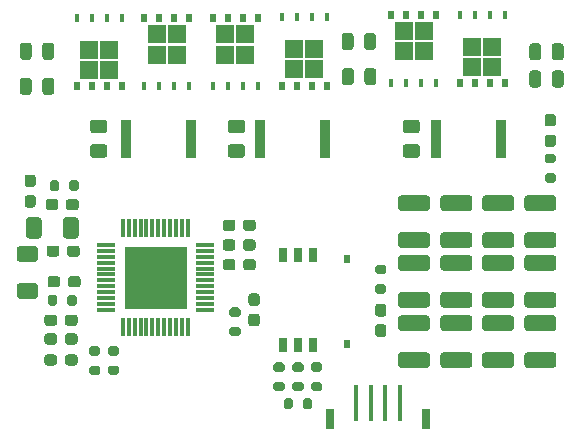
<source format=gbr>
%TF.GenerationSoftware,KiCad,Pcbnew,(5.1.8-0-10_14)*%
%TF.CreationDate,2021-05-13T19:53:47+02:00*%
%TF.ProjectId,Nauthiluscontroller,4e617574-6869-46c7-9573-636f6e74726f,rev?*%
%TF.SameCoordinates,Original*%
%TF.FileFunction,Paste,Top*%
%TF.FilePolarity,Positive*%
%FSLAX46Y46*%
G04 Gerber Fmt 4.6, Leading zero omitted, Abs format (unit mm)*
G04 Created by KiCad (PCBNEW (5.1.8-0-10_14)) date 2021-05-13 19:53:47*
%MOMM*%
%LPD*%
G01*
G04 APERTURE LIST*
%ADD10C,0.010000*%
%ADD11R,0.500000X0.750000*%
%ADD12R,1.500000X1.500000*%
%ADD13R,0.400000X0.750000*%
%ADD14R,1.500000X0.300000*%
%ADD15R,0.300000X1.500000*%
%ADD16R,0.760000X1.270000*%
%ADD17R,0.350000X3.115000*%
%ADD18R,0.700000X1.800000*%
%ADD19R,0.900000X3.200000*%
%ADD20R,0.600000X0.800000*%
G04 APERTURE END LIST*
D10*
%TO.C,U11*%
G36*
X126038000Y-108207000D02*
G01*
X126038000Y-103037000D01*
X131208000Y-103037000D01*
X131208000Y-108207000D01*
X126038000Y-108207000D01*
G37*
X126038000Y-108207000D02*
X126038000Y-103037000D01*
X131208000Y-103037000D01*
X131208000Y-108207000D01*
X126038000Y-108207000D01*
%TD*%
D11*
%TO.C,Q2*%
X121955000Y-89445000D03*
X123225000Y-89445000D03*
X124495000Y-89445000D03*
X125765000Y-89445000D03*
D12*
X123010000Y-86340000D03*
X124710000Y-86340000D03*
X123010000Y-88040000D03*
X124710000Y-88040000D03*
D13*
X121955000Y-83640000D03*
X123225000Y-83640000D03*
X124495000Y-83640000D03*
X125765000Y-83640000D03*
%TD*%
D11*
%TO.C,Q6*%
X154385000Y-89195000D03*
X155655000Y-89195000D03*
X156925000Y-89195000D03*
X158195000Y-89195000D03*
D12*
X155440000Y-86090000D03*
X157140000Y-86090000D03*
X155440000Y-87790000D03*
X157140000Y-87790000D03*
D13*
X154385000Y-83390000D03*
X155655000Y-83390000D03*
X156925000Y-83390000D03*
X158195000Y-83390000D03*
%TD*%
%TO.C,Q7*%
X148615000Y-89170000D03*
X149885000Y-89170000D03*
X151155000Y-89170000D03*
X152425000Y-89170000D03*
D12*
X149670000Y-84770000D03*
X151370000Y-84770000D03*
X149670000Y-86470000D03*
X151370000Y-86470000D03*
D11*
X148615000Y-83365000D03*
X149885000Y-83365000D03*
X151155000Y-83365000D03*
X152425000Y-83365000D03*
%TD*%
%TO.C,R16*%
G36*
G01*
X135095000Y-109810000D02*
X135645000Y-109810000D01*
G75*
G02*
X135845000Y-110010000I0J-200000D01*
G01*
X135845000Y-110410000D01*
G75*
G02*
X135645000Y-110610000I-200000J0D01*
G01*
X135095000Y-110610000D01*
G75*
G02*
X134895000Y-110410000I0J200000D01*
G01*
X134895000Y-110010000D01*
G75*
G02*
X135095000Y-109810000I200000J0D01*
G01*
G37*
G36*
G01*
X135095000Y-108160000D02*
X135645000Y-108160000D01*
G75*
G02*
X135845000Y-108360000I0J-200000D01*
G01*
X135845000Y-108760000D01*
G75*
G02*
X135645000Y-108960000I-200000J0D01*
G01*
X135095000Y-108960000D01*
G75*
G02*
X134895000Y-108760000I0J200000D01*
G01*
X134895000Y-108360000D01*
G75*
G02*
X135095000Y-108160000I200000J0D01*
G01*
G37*
%TD*%
D14*
%TO.C,U11*%
X124423000Y-108372000D03*
X124423000Y-107872000D03*
X124423000Y-107372000D03*
X124423000Y-106872000D03*
X124423000Y-106372000D03*
X124423000Y-105872000D03*
X124423000Y-105372000D03*
X124423000Y-104872000D03*
X124423000Y-104372000D03*
X124423000Y-103872000D03*
X124423000Y-103372000D03*
X124423000Y-102872000D03*
D15*
X125873000Y-101422000D03*
X126373000Y-101422000D03*
X126873000Y-101422000D03*
X127373000Y-101422000D03*
X127873000Y-101422000D03*
X128373000Y-101422000D03*
X128873000Y-101422000D03*
X129373000Y-101422000D03*
X129873000Y-101422000D03*
X130373000Y-101422000D03*
X130873000Y-101422000D03*
X131373000Y-101422000D03*
D14*
X132823000Y-102872000D03*
X132823000Y-103372000D03*
X132823000Y-103872000D03*
X132823000Y-104372000D03*
X132823000Y-104872000D03*
X132823000Y-105372000D03*
X132823000Y-105872000D03*
X132823000Y-106372000D03*
X132823000Y-106872000D03*
X132823000Y-107372000D03*
X132823000Y-107872000D03*
X132823000Y-108372000D03*
D15*
X131373000Y-109822000D03*
X130873000Y-109822000D03*
X130373000Y-109822000D03*
X129873000Y-109822000D03*
X129373000Y-109822000D03*
X128873000Y-109822000D03*
X128373000Y-109822000D03*
X127873000Y-109822000D03*
X127373000Y-109822000D03*
X126873000Y-109822000D03*
X126373000Y-109822000D03*
X125873000Y-109822000D03*
%TD*%
%TO.C,C49*%
G36*
G01*
X150775000Y-95505000D02*
X149825000Y-95505000D01*
G75*
G02*
X149575000Y-95255000I0J250000D01*
G01*
X149575000Y-94580000D01*
G75*
G02*
X149825000Y-94330000I250000J0D01*
G01*
X150775000Y-94330000D01*
G75*
G02*
X151025000Y-94580000I0J-250000D01*
G01*
X151025000Y-95255000D01*
G75*
G02*
X150775000Y-95505000I-250000J0D01*
G01*
G37*
G36*
G01*
X150775000Y-93430000D02*
X149825000Y-93430000D01*
G75*
G02*
X149575000Y-93180000I0J250000D01*
G01*
X149575000Y-92505000D01*
G75*
G02*
X149825000Y-92255000I250000J0D01*
G01*
X150775000Y-92255000D01*
G75*
G02*
X151025000Y-92505000I0J-250000D01*
G01*
X151025000Y-93180000D01*
G75*
G02*
X150775000Y-93430000I-250000J0D01*
G01*
G37*
%TD*%
D11*
%TO.C,Q5*%
X137295000Y-83645000D03*
X136025000Y-83645000D03*
X134755000Y-83645000D03*
X133485000Y-83645000D03*
D12*
X136240000Y-86750000D03*
X134540000Y-86750000D03*
X136240000Y-85050000D03*
X134540000Y-85050000D03*
D13*
X137295000Y-89450000D03*
X136025000Y-89450000D03*
X134755000Y-89450000D03*
X133485000Y-89450000D03*
%TD*%
%TO.C,Q3*%
X127705000Y-89450000D03*
X128975000Y-89450000D03*
X130245000Y-89450000D03*
X131515000Y-89450000D03*
D12*
X128760000Y-85050000D03*
X130460000Y-85050000D03*
X128760000Y-86750000D03*
X130460000Y-86750000D03*
D11*
X127705000Y-83645000D03*
X128975000Y-83645000D03*
X130245000Y-83645000D03*
X131515000Y-83645000D03*
%TD*%
D16*
%TO.C,SW2*%
X139430000Y-103710000D03*
X140700000Y-103710000D03*
X141970000Y-103710000D03*
X141970000Y-111340000D03*
X140700000Y-111340000D03*
X139430000Y-111340000D03*
%TD*%
D13*
%TO.C,Q4*%
X143145000Y-83610000D03*
X141875000Y-83610000D03*
X140605000Y-83610000D03*
X139335000Y-83610000D03*
D12*
X142090000Y-88010000D03*
X140390000Y-88010000D03*
X142090000Y-86310000D03*
X140390000Y-86310000D03*
D11*
X143145000Y-89415000D03*
X141875000Y-89415000D03*
X140605000Y-89415000D03*
X139335000Y-89415000D03*
%TD*%
%TO.C,R22*%
G36*
G01*
X123775000Y-113885000D02*
X123225000Y-113885000D01*
G75*
G02*
X123025000Y-113685000I0J200000D01*
G01*
X123025000Y-113285000D01*
G75*
G02*
X123225000Y-113085000I200000J0D01*
G01*
X123775000Y-113085000D01*
G75*
G02*
X123975000Y-113285000I0J-200000D01*
G01*
X123975000Y-113685000D01*
G75*
G02*
X123775000Y-113885000I-200000J0D01*
G01*
G37*
G36*
G01*
X123775000Y-112235000D02*
X123225000Y-112235000D01*
G75*
G02*
X123025000Y-112035000I0J200000D01*
G01*
X123025000Y-111635000D01*
G75*
G02*
X123225000Y-111435000I200000J0D01*
G01*
X123775000Y-111435000D01*
G75*
G02*
X123975000Y-111635000I0J-200000D01*
G01*
X123975000Y-112035000D01*
G75*
G02*
X123775000Y-112235000I-200000J0D01*
G01*
G37*
%TD*%
%TO.C,C45*%
G36*
G01*
X135965000Y-93430000D02*
X135015000Y-93430000D01*
G75*
G02*
X134765000Y-93180000I0J250000D01*
G01*
X134765000Y-92505000D01*
G75*
G02*
X135015000Y-92255000I250000J0D01*
G01*
X135965000Y-92255000D01*
G75*
G02*
X136215000Y-92505000I0J-250000D01*
G01*
X136215000Y-93180000D01*
G75*
G02*
X135965000Y-93430000I-250000J0D01*
G01*
G37*
G36*
G01*
X135965000Y-95505000D02*
X135015000Y-95505000D01*
G75*
G02*
X134765000Y-95255000I0J250000D01*
G01*
X134765000Y-94580000D01*
G75*
G02*
X135015000Y-94330000I250000J0D01*
G01*
X135965000Y-94330000D01*
G75*
G02*
X136215000Y-94580000I0J-250000D01*
G01*
X136215000Y-95255000D01*
G75*
G02*
X135965000Y-95505000I-250000J0D01*
G01*
G37*
%TD*%
%TO.C,C58*%
G36*
G01*
X155220003Y-110162000D02*
X153019997Y-110162000D01*
G75*
G02*
X152770000Y-109912003I0J249997D01*
G01*
X152770000Y-109086997D01*
G75*
G02*
X153019997Y-108837000I249997J0D01*
G01*
X155220003Y-108837000D01*
G75*
G02*
X155470000Y-109086997I0J-249997D01*
G01*
X155470000Y-109912003D01*
G75*
G02*
X155220003Y-110162000I-249997J0D01*
G01*
G37*
G36*
G01*
X155220003Y-113287000D02*
X153019997Y-113287000D01*
G75*
G02*
X152770000Y-113037003I0J249997D01*
G01*
X152770000Y-112211997D01*
G75*
G02*
X153019997Y-111962000I249997J0D01*
G01*
X155220003Y-111962000D01*
G75*
G02*
X155470000Y-112211997I0J-249997D01*
G01*
X155470000Y-113037003D01*
G75*
G02*
X155220003Y-113287000I-249997J0D01*
G01*
G37*
%TD*%
%TO.C,R21*%
G36*
G01*
X125375000Y-112235000D02*
X124825000Y-112235000D01*
G75*
G02*
X124625000Y-112035000I0J200000D01*
G01*
X124625000Y-111635000D01*
G75*
G02*
X124825000Y-111435000I200000J0D01*
G01*
X125375000Y-111435000D01*
G75*
G02*
X125575000Y-111635000I0J-200000D01*
G01*
X125575000Y-112035000D01*
G75*
G02*
X125375000Y-112235000I-200000J0D01*
G01*
G37*
G36*
G01*
X125375000Y-113885000D02*
X124825000Y-113885000D01*
G75*
G02*
X124625000Y-113685000I0J200000D01*
G01*
X124625000Y-113285000D01*
G75*
G02*
X124825000Y-113085000I200000J0D01*
G01*
X125375000Y-113085000D01*
G75*
G02*
X125575000Y-113285000I0J-200000D01*
G01*
X125575000Y-113685000D01*
G75*
G02*
X125375000Y-113885000I-200000J0D01*
G01*
G37*
%TD*%
%TO.C,C26*%
G36*
G01*
X151620003Y-105062000D02*
X149419997Y-105062000D01*
G75*
G02*
X149170000Y-104812003I0J249997D01*
G01*
X149170000Y-103986997D01*
G75*
G02*
X149419997Y-103737000I249997J0D01*
G01*
X151620003Y-103737000D01*
G75*
G02*
X151870000Y-103986997I0J-249997D01*
G01*
X151870000Y-104812003D01*
G75*
G02*
X151620003Y-105062000I-249997J0D01*
G01*
G37*
G36*
G01*
X151620003Y-108187000D02*
X149419997Y-108187000D01*
G75*
G02*
X149170000Y-107937003I0J249997D01*
G01*
X149170000Y-107111997D01*
G75*
G02*
X149419997Y-106862000I249997J0D01*
G01*
X151620003Y-106862000D01*
G75*
G02*
X151870000Y-107111997I0J-249997D01*
G01*
X151870000Y-107937003D01*
G75*
G02*
X151620003Y-108187000I-249997J0D01*
G01*
G37*
%TD*%
%TO.C,C20*%
G36*
G01*
X158762003Y-103124500D02*
X156561997Y-103124500D01*
G75*
G02*
X156312000Y-102874503I0J249997D01*
G01*
X156312000Y-102049497D01*
G75*
G02*
X156561997Y-101799500I249997J0D01*
G01*
X158762003Y-101799500D01*
G75*
G02*
X159012000Y-102049497I0J-249997D01*
G01*
X159012000Y-102874503D01*
G75*
G02*
X158762003Y-103124500I-249997J0D01*
G01*
G37*
G36*
G01*
X158762003Y-99999500D02*
X156561997Y-99999500D01*
G75*
G02*
X156312000Y-99749503I0J249997D01*
G01*
X156312000Y-98924497D01*
G75*
G02*
X156561997Y-98674500I249997J0D01*
G01*
X158762003Y-98674500D01*
G75*
G02*
X159012000Y-98924497I0J-249997D01*
G01*
X159012000Y-99749503D01*
G75*
G02*
X158762003Y-99999500I-249997J0D01*
G01*
G37*
%TD*%
%TO.C,C40*%
G36*
G01*
X122130000Y-100779997D02*
X122130000Y-102080003D01*
G75*
G02*
X121880003Y-102330000I-249997J0D01*
G01*
X121054997Y-102330000D01*
G75*
G02*
X120805000Y-102080003I0J249997D01*
G01*
X120805000Y-100779997D01*
G75*
G02*
X121054997Y-100530000I249997J0D01*
G01*
X121880003Y-100530000D01*
G75*
G02*
X122130000Y-100779997I0J-249997D01*
G01*
G37*
G36*
G01*
X119005000Y-100779997D02*
X119005000Y-102080003D01*
G75*
G02*
X118755003Y-102330000I-249997J0D01*
G01*
X117929997Y-102330000D01*
G75*
G02*
X117680000Y-102080003I0J249997D01*
G01*
X117680000Y-100779997D01*
G75*
G02*
X117929997Y-100530000I249997J0D01*
G01*
X118755003Y-100530000D01*
G75*
G02*
X119005000Y-100779997I0J-249997D01*
G01*
G37*
%TD*%
%TO.C,C21*%
G36*
G01*
X158750003Y-105062000D02*
X156549997Y-105062000D01*
G75*
G02*
X156300000Y-104812003I0J249997D01*
G01*
X156300000Y-103986997D01*
G75*
G02*
X156549997Y-103737000I249997J0D01*
G01*
X158750003Y-103737000D01*
G75*
G02*
X159000000Y-103986997I0J-249997D01*
G01*
X159000000Y-104812003D01*
G75*
G02*
X158750003Y-105062000I-249997J0D01*
G01*
G37*
G36*
G01*
X158750003Y-108187000D02*
X156549997Y-108187000D01*
G75*
G02*
X156300000Y-107937003I0J249997D01*
G01*
X156300000Y-107111997D01*
G75*
G02*
X156549997Y-106862000I249997J0D01*
G01*
X158750003Y-106862000D01*
G75*
G02*
X159000000Y-107111997I0J-249997D01*
G01*
X159000000Y-107937003D01*
G75*
G02*
X158750003Y-108187000I-249997J0D01*
G01*
G37*
%TD*%
%TO.C,C24*%
G36*
G01*
X162322003Y-113287000D02*
X160121997Y-113287000D01*
G75*
G02*
X159872000Y-113037003I0J249997D01*
G01*
X159872000Y-112211997D01*
G75*
G02*
X160121997Y-111962000I249997J0D01*
G01*
X162322003Y-111962000D01*
G75*
G02*
X162572000Y-112211997I0J-249997D01*
G01*
X162572000Y-113037003D01*
G75*
G02*
X162322003Y-113287000I-249997J0D01*
G01*
G37*
G36*
G01*
X162322003Y-110162000D02*
X160121997Y-110162000D01*
G75*
G02*
X159872000Y-109912003I0J249997D01*
G01*
X159872000Y-109086997D01*
G75*
G02*
X160121997Y-108837000I249997J0D01*
G01*
X162322003Y-108837000D01*
G75*
G02*
X162572000Y-109086997I0J-249997D01*
G01*
X162572000Y-109912003D01*
G75*
G02*
X162322003Y-110162000I-249997J0D01*
G01*
G37*
%TD*%
%TO.C,C27*%
G36*
G01*
X162322003Y-108187000D02*
X160121997Y-108187000D01*
G75*
G02*
X159872000Y-107937003I0J249997D01*
G01*
X159872000Y-107111997D01*
G75*
G02*
X160121997Y-106862000I249997J0D01*
G01*
X162322003Y-106862000D01*
G75*
G02*
X162572000Y-107111997I0J-249997D01*
G01*
X162572000Y-107937003D01*
G75*
G02*
X162322003Y-108187000I-249997J0D01*
G01*
G37*
G36*
G01*
X162322003Y-105062000D02*
X160121997Y-105062000D01*
G75*
G02*
X159872000Y-104812003I0J249997D01*
G01*
X159872000Y-103986997D01*
G75*
G02*
X160121997Y-103737000I249997J0D01*
G01*
X162322003Y-103737000D01*
G75*
G02*
X162572000Y-103986997I0J-249997D01*
G01*
X162572000Y-104812003D01*
G75*
G02*
X162322003Y-105062000I-249997J0D01*
G01*
G37*
%TD*%
%TO.C,C28*%
G36*
G01*
X158750003Y-110162000D02*
X156549997Y-110162000D01*
G75*
G02*
X156300000Y-109912003I0J249997D01*
G01*
X156300000Y-109086997D01*
G75*
G02*
X156549997Y-108837000I249997J0D01*
G01*
X158750003Y-108837000D01*
G75*
G02*
X159000000Y-109086997I0J-249997D01*
G01*
X159000000Y-109912003D01*
G75*
G02*
X158750003Y-110162000I-249997J0D01*
G01*
G37*
G36*
G01*
X158750003Y-113287000D02*
X156549997Y-113287000D01*
G75*
G02*
X156300000Y-113037003I0J249997D01*
G01*
X156300000Y-112211997D01*
G75*
G02*
X156549997Y-111962000I249997J0D01*
G01*
X158750003Y-111962000D01*
G75*
G02*
X159000000Y-112211997I0J-249997D01*
G01*
X159000000Y-113037003D01*
G75*
G02*
X158750003Y-113287000I-249997J0D01*
G01*
G37*
%TD*%
%TO.C,C29*%
G36*
G01*
X136055000Y-101447500D02*
X136055000Y-100972500D01*
G75*
G02*
X136292500Y-100735000I237500J0D01*
G01*
X136892500Y-100735000D01*
G75*
G02*
X137130000Y-100972500I0J-237500D01*
G01*
X137130000Y-101447500D01*
G75*
G02*
X136892500Y-101685000I-237500J0D01*
G01*
X136292500Y-101685000D01*
G75*
G02*
X136055000Y-101447500I0J237500D01*
G01*
G37*
G36*
G01*
X134330000Y-101447500D02*
X134330000Y-100972500D01*
G75*
G02*
X134567500Y-100735000I237500J0D01*
G01*
X135167500Y-100735000D01*
G75*
G02*
X135405000Y-100972500I0J-237500D01*
G01*
X135405000Y-101447500D01*
G75*
G02*
X135167500Y-101685000I-237500J0D01*
G01*
X134567500Y-101685000D01*
G75*
G02*
X134330000Y-101447500I0J237500D01*
G01*
G37*
%TD*%
%TO.C,C31*%
G36*
G01*
X120965500Y-111072500D02*
X120965500Y-110597500D01*
G75*
G02*
X121203000Y-110360000I237500J0D01*
G01*
X121803000Y-110360000D01*
G75*
G02*
X122040500Y-110597500I0J-237500D01*
G01*
X122040500Y-111072500D01*
G75*
G02*
X121803000Y-111310000I-237500J0D01*
G01*
X121203000Y-111310000D01*
G75*
G02*
X120965500Y-111072500I0J237500D01*
G01*
G37*
G36*
G01*
X119240500Y-111072500D02*
X119240500Y-110597500D01*
G75*
G02*
X119478000Y-110360000I237500J0D01*
G01*
X120078000Y-110360000D01*
G75*
G02*
X120315500Y-110597500I0J-237500D01*
G01*
X120315500Y-111072500D01*
G75*
G02*
X120078000Y-111310000I-237500J0D01*
G01*
X119478000Y-111310000D01*
G75*
G02*
X119240500Y-111072500I0J237500D01*
G01*
G37*
%TD*%
%TO.C,C32*%
G36*
G01*
X137227500Y-108045000D02*
X136752500Y-108045000D01*
G75*
G02*
X136515000Y-107807500I0J237500D01*
G01*
X136515000Y-107207500D01*
G75*
G02*
X136752500Y-106970000I237500J0D01*
G01*
X137227500Y-106970000D01*
G75*
G02*
X137465000Y-107207500I0J-237500D01*
G01*
X137465000Y-107807500D01*
G75*
G02*
X137227500Y-108045000I-237500J0D01*
G01*
G37*
G36*
G01*
X137227500Y-109770000D02*
X136752500Y-109770000D01*
G75*
G02*
X136515000Y-109532500I0J237500D01*
G01*
X136515000Y-108932500D01*
G75*
G02*
X136752500Y-108695000I237500J0D01*
G01*
X137227500Y-108695000D01*
G75*
G02*
X137465000Y-108932500I0J-237500D01*
G01*
X137465000Y-109532500D01*
G75*
G02*
X137227500Y-109770000I-237500J0D01*
G01*
G37*
%TD*%
%TO.C,C33*%
G36*
G01*
X120965500Y-109484500D02*
X120965500Y-109009500D01*
G75*
G02*
X121203000Y-108772000I237500J0D01*
G01*
X121803000Y-108772000D01*
G75*
G02*
X122040500Y-109009500I0J-237500D01*
G01*
X122040500Y-109484500D01*
G75*
G02*
X121803000Y-109722000I-237500J0D01*
G01*
X121203000Y-109722000D01*
G75*
G02*
X120965500Y-109484500I0J237500D01*
G01*
G37*
G36*
G01*
X119240500Y-109484500D02*
X119240500Y-109009500D01*
G75*
G02*
X119478000Y-108772000I237500J0D01*
G01*
X120078000Y-108772000D01*
G75*
G02*
X120315500Y-109009500I0J-237500D01*
G01*
X120315500Y-109484500D01*
G75*
G02*
X120078000Y-109722000I-237500J0D01*
G01*
X119478000Y-109722000D01*
G75*
G02*
X119240500Y-109484500I0J237500D01*
G01*
G37*
%TD*%
%TO.C,C34*%
G36*
G01*
X134317500Y-103117500D02*
X134317500Y-102642500D01*
G75*
G02*
X134555000Y-102405000I237500J0D01*
G01*
X135155000Y-102405000D01*
G75*
G02*
X135392500Y-102642500I0J-237500D01*
G01*
X135392500Y-103117500D01*
G75*
G02*
X135155000Y-103355000I-237500J0D01*
G01*
X134555000Y-103355000D01*
G75*
G02*
X134317500Y-103117500I0J237500D01*
G01*
G37*
G36*
G01*
X136042500Y-103117500D02*
X136042500Y-102642500D01*
G75*
G02*
X136280000Y-102405000I237500J0D01*
G01*
X136880000Y-102405000D01*
G75*
G02*
X137117500Y-102642500I0J-237500D01*
G01*
X137117500Y-103117500D01*
G75*
G02*
X136880000Y-103355000I-237500J0D01*
G01*
X136280000Y-103355000D01*
G75*
G02*
X136042500Y-103117500I0J237500D01*
G01*
G37*
%TD*%
%TO.C,C35*%
G36*
G01*
X121230000Y-106222500D02*
X121230000Y-105747500D01*
G75*
G02*
X121467500Y-105510000I237500J0D01*
G01*
X122067500Y-105510000D01*
G75*
G02*
X122305000Y-105747500I0J-237500D01*
G01*
X122305000Y-106222500D01*
G75*
G02*
X122067500Y-106460000I-237500J0D01*
G01*
X121467500Y-106460000D01*
G75*
G02*
X121230000Y-106222500I0J237500D01*
G01*
G37*
G36*
G01*
X119505000Y-106222500D02*
X119505000Y-105747500D01*
G75*
G02*
X119742500Y-105510000I237500J0D01*
G01*
X120342500Y-105510000D01*
G75*
G02*
X120580000Y-105747500I0J-237500D01*
G01*
X120580000Y-106222500D01*
G75*
G02*
X120342500Y-106460000I-237500J0D01*
G01*
X119742500Y-106460000D01*
G75*
G02*
X119505000Y-106222500I0J237500D01*
G01*
G37*
%TD*%
%TO.C,C36*%
G36*
G01*
X118450003Y-104300000D02*
X117149997Y-104300000D01*
G75*
G02*
X116900000Y-104050003I0J249997D01*
G01*
X116900000Y-103224997D01*
G75*
G02*
X117149997Y-102975000I249997J0D01*
G01*
X118450003Y-102975000D01*
G75*
G02*
X118700000Y-103224997I0J-249997D01*
G01*
X118700000Y-104050003D01*
G75*
G02*
X118450003Y-104300000I-249997J0D01*
G01*
G37*
G36*
G01*
X118450003Y-107425000D02*
X117149997Y-107425000D01*
G75*
G02*
X116900000Y-107175003I0J249997D01*
G01*
X116900000Y-106349997D01*
G75*
G02*
X117149997Y-106100000I249997J0D01*
G01*
X118450003Y-106100000D01*
G75*
G02*
X118700000Y-106349997I0J-249997D01*
G01*
X118700000Y-107175003D01*
G75*
G02*
X118450003Y-107425000I-249997J0D01*
G01*
G37*
%TD*%
%TO.C,C38*%
G36*
G01*
X122227500Y-103172500D02*
X122227500Y-103647500D01*
G75*
G02*
X121990000Y-103885000I-237500J0D01*
G01*
X121390000Y-103885000D01*
G75*
G02*
X121152500Y-103647500I0J237500D01*
G01*
X121152500Y-103172500D01*
G75*
G02*
X121390000Y-102935000I237500J0D01*
G01*
X121990000Y-102935000D01*
G75*
G02*
X122227500Y-103172500I0J-237500D01*
G01*
G37*
G36*
G01*
X120502500Y-103172500D02*
X120502500Y-103647500D01*
G75*
G02*
X120265000Y-103885000I-237500J0D01*
G01*
X119665000Y-103885000D01*
G75*
G02*
X119427500Y-103647500I0J237500D01*
G01*
X119427500Y-103172500D01*
G75*
G02*
X119665000Y-102935000I237500J0D01*
G01*
X120265000Y-102935000D01*
G75*
G02*
X120502500Y-103172500I0J-237500D01*
G01*
G37*
%TD*%
%TO.C,C41*%
G36*
G01*
X122135000Y-99222500D02*
X122135000Y-99697500D01*
G75*
G02*
X121897500Y-99935000I-237500J0D01*
G01*
X121297500Y-99935000D01*
G75*
G02*
X121060000Y-99697500I0J237500D01*
G01*
X121060000Y-99222500D01*
G75*
G02*
X121297500Y-98985000I237500J0D01*
G01*
X121897500Y-98985000D01*
G75*
G02*
X122135000Y-99222500I0J-237500D01*
G01*
G37*
G36*
G01*
X120410000Y-99222500D02*
X120410000Y-99697500D01*
G75*
G02*
X120172500Y-99935000I-237500J0D01*
G01*
X119572500Y-99935000D01*
G75*
G02*
X119335000Y-99697500I0J237500D01*
G01*
X119335000Y-99222500D01*
G75*
G02*
X119572500Y-98985000I237500J0D01*
G01*
X120172500Y-98985000D01*
G75*
G02*
X120410000Y-99222500I0J-237500D01*
G01*
G37*
%TD*%
%TO.C,C42*%
G36*
G01*
X136062500Y-104787500D02*
X136062500Y-104312500D01*
G75*
G02*
X136300000Y-104075000I237500J0D01*
G01*
X136900000Y-104075000D01*
G75*
G02*
X137137500Y-104312500I0J-237500D01*
G01*
X137137500Y-104787500D01*
G75*
G02*
X136900000Y-105025000I-237500J0D01*
G01*
X136300000Y-105025000D01*
G75*
G02*
X136062500Y-104787500I0J237500D01*
G01*
G37*
G36*
G01*
X134337500Y-104787500D02*
X134337500Y-104312500D01*
G75*
G02*
X134575000Y-104075000I237500J0D01*
G01*
X135175000Y-104075000D01*
G75*
G02*
X135412500Y-104312500I0J-237500D01*
G01*
X135412500Y-104787500D01*
G75*
G02*
X135175000Y-105025000I-237500J0D01*
G01*
X134575000Y-105025000D01*
G75*
G02*
X134337500Y-104787500I0J237500D01*
G01*
G37*
%TD*%
%TO.C,C44*%
G36*
G01*
X124305000Y-95505000D02*
X123355000Y-95505000D01*
G75*
G02*
X123105000Y-95255000I0J250000D01*
G01*
X123105000Y-94580000D01*
G75*
G02*
X123355000Y-94330000I250000J0D01*
G01*
X124305000Y-94330000D01*
G75*
G02*
X124555000Y-94580000I0J-250000D01*
G01*
X124555000Y-95255000D01*
G75*
G02*
X124305000Y-95505000I-250000J0D01*
G01*
G37*
G36*
G01*
X124305000Y-93430000D02*
X123355000Y-93430000D01*
G75*
G02*
X123105000Y-93180000I0J250000D01*
G01*
X123105000Y-92505000D01*
G75*
G02*
X123355000Y-92255000I250000J0D01*
G01*
X124305000Y-92255000D01*
G75*
G02*
X124555000Y-92505000I0J-250000D01*
G01*
X124555000Y-93180000D01*
G75*
G02*
X124305000Y-93430000I-250000J0D01*
G01*
G37*
%TD*%
%TO.C,C54*%
G36*
G01*
X155220003Y-103124500D02*
X153019997Y-103124500D01*
G75*
G02*
X152770000Y-102874503I0J249997D01*
G01*
X152770000Y-102049497D01*
G75*
G02*
X153019997Y-101799500I249997J0D01*
G01*
X155220003Y-101799500D01*
G75*
G02*
X155470000Y-102049497I0J-249997D01*
G01*
X155470000Y-102874503D01*
G75*
G02*
X155220003Y-103124500I-249997J0D01*
G01*
G37*
G36*
G01*
X155220003Y-99999500D02*
X153019997Y-99999500D01*
G75*
G02*
X152770000Y-99749503I0J249997D01*
G01*
X152770000Y-98924497D01*
G75*
G02*
X153019997Y-98674500I249997J0D01*
G01*
X155220003Y-98674500D01*
G75*
G02*
X155470000Y-98924497I0J-249997D01*
G01*
X155470000Y-99749503D01*
G75*
G02*
X155220003Y-99999500I-249997J0D01*
G01*
G37*
%TD*%
%TO.C,C55*%
G36*
G01*
X155220003Y-105062000D02*
X153019997Y-105062000D01*
G75*
G02*
X152770000Y-104812003I0J249997D01*
G01*
X152770000Y-103986997D01*
G75*
G02*
X153019997Y-103737000I249997J0D01*
G01*
X155220003Y-103737000D01*
G75*
G02*
X155470000Y-103986997I0J-249997D01*
G01*
X155470000Y-104812003D01*
G75*
G02*
X155220003Y-105062000I-249997J0D01*
G01*
G37*
G36*
G01*
X155220003Y-108187000D02*
X153019997Y-108187000D01*
G75*
G02*
X152770000Y-107937003I0J249997D01*
G01*
X152770000Y-107111997D01*
G75*
G02*
X153019997Y-106862000I249997J0D01*
G01*
X155220003Y-106862000D01*
G75*
G02*
X155470000Y-107111997I0J-249997D01*
G01*
X155470000Y-107937003D01*
G75*
G02*
X155220003Y-108187000I-249997J0D01*
G01*
G37*
%TD*%
%TO.C,C56*%
G36*
G01*
X151620003Y-99999500D02*
X149419997Y-99999500D01*
G75*
G02*
X149170000Y-99749503I0J249997D01*
G01*
X149170000Y-98924497D01*
G75*
G02*
X149419997Y-98674500I249997J0D01*
G01*
X151620003Y-98674500D01*
G75*
G02*
X151870000Y-98924497I0J-249997D01*
G01*
X151870000Y-99749503D01*
G75*
G02*
X151620003Y-99999500I-249997J0D01*
G01*
G37*
G36*
G01*
X151620003Y-103124500D02*
X149419997Y-103124500D01*
G75*
G02*
X149170000Y-102874503I0J249997D01*
G01*
X149170000Y-102049497D01*
G75*
G02*
X149419997Y-101799500I249997J0D01*
G01*
X151620003Y-101799500D01*
G75*
G02*
X151870000Y-102049497I0J-249997D01*
G01*
X151870000Y-102874503D01*
G75*
G02*
X151620003Y-103124500I-249997J0D01*
G01*
G37*
%TD*%
%TO.C,C57*%
G36*
G01*
X162322003Y-103124500D02*
X160121997Y-103124500D01*
G75*
G02*
X159872000Y-102874503I0J249997D01*
G01*
X159872000Y-102049497D01*
G75*
G02*
X160121997Y-101799500I249997J0D01*
G01*
X162322003Y-101799500D01*
G75*
G02*
X162572000Y-102049497I0J-249997D01*
G01*
X162572000Y-102874503D01*
G75*
G02*
X162322003Y-103124500I-249997J0D01*
G01*
G37*
G36*
G01*
X162322003Y-99999500D02*
X160121997Y-99999500D01*
G75*
G02*
X159872000Y-99749503I0J249997D01*
G01*
X159872000Y-98924497D01*
G75*
G02*
X160121997Y-98674500I249997J0D01*
G01*
X162322003Y-98674500D01*
G75*
G02*
X162572000Y-98924497I0J-249997D01*
G01*
X162572000Y-99749503D01*
G75*
G02*
X162322003Y-99999500I-249997J0D01*
G01*
G37*
%TD*%
%TO.C,C59*%
G36*
G01*
X151620003Y-113287000D02*
X149419997Y-113287000D01*
G75*
G02*
X149170000Y-113037003I0J249997D01*
G01*
X149170000Y-112211997D01*
G75*
G02*
X149419997Y-111962000I249997J0D01*
G01*
X151620003Y-111962000D01*
G75*
G02*
X151870000Y-112211997I0J-249997D01*
G01*
X151870000Y-113037003D01*
G75*
G02*
X151620003Y-113287000I-249997J0D01*
G01*
G37*
G36*
G01*
X151620003Y-110162000D02*
X149419997Y-110162000D01*
G75*
G02*
X149170000Y-109912003I0J249997D01*
G01*
X149170000Y-109086997D01*
G75*
G02*
X149419997Y-108837000I249997J0D01*
G01*
X151620003Y-108837000D01*
G75*
G02*
X151870000Y-109086997I0J-249997D01*
G01*
X151870000Y-109912003D01*
G75*
G02*
X151620003Y-110162000I-249997J0D01*
G01*
G37*
%TD*%
%TO.C,R6*%
G36*
G01*
X140280000Y-116045000D02*
X140280000Y-116595000D01*
G75*
G02*
X140080000Y-116795000I-200000J0D01*
G01*
X139680000Y-116795000D01*
G75*
G02*
X139480000Y-116595000I0J200000D01*
G01*
X139480000Y-116045000D01*
G75*
G02*
X139680000Y-115845000I200000J0D01*
G01*
X140080000Y-115845000D01*
G75*
G02*
X140280000Y-116045000I0J-200000D01*
G01*
G37*
G36*
G01*
X141930000Y-116045000D02*
X141930000Y-116595000D01*
G75*
G02*
X141730000Y-116795000I-200000J0D01*
G01*
X141330000Y-116795000D01*
G75*
G02*
X141130000Y-116595000I0J200000D01*
G01*
X141130000Y-116045000D01*
G75*
G02*
X141330000Y-115845000I200000J0D01*
G01*
X141730000Y-115845000D01*
G75*
G02*
X141930000Y-116045000I0J-200000D01*
G01*
G37*
%TD*%
%TO.C,R7*%
G36*
G01*
X119680000Y-98135000D02*
X119680000Y-97585000D01*
G75*
G02*
X119880000Y-97385000I200000J0D01*
G01*
X120280000Y-97385000D01*
G75*
G02*
X120480000Y-97585000I0J-200000D01*
G01*
X120480000Y-98135000D01*
G75*
G02*
X120280000Y-98335000I-200000J0D01*
G01*
X119880000Y-98335000D01*
G75*
G02*
X119680000Y-98135000I0J200000D01*
G01*
G37*
G36*
G01*
X121330000Y-98135000D02*
X121330000Y-97585000D01*
G75*
G02*
X121530000Y-97385000I200000J0D01*
G01*
X121930000Y-97385000D01*
G75*
G02*
X122130000Y-97585000I0J-200000D01*
G01*
X122130000Y-98135000D01*
G75*
G02*
X121930000Y-98335000I-200000J0D01*
G01*
X121530000Y-98335000D01*
G75*
G02*
X121330000Y-98135000I0J200000D01*
G01*
G37*
%TD*%
%TO.C,R8*%
G36*
G01*
X138830000Y-112820000D02*
X139380000Y-112820000D01*
G75*
G02*
X139580000Y-113020000I0J-200000D01*
G01*
X139580000Y-113420000D01*
G75*
G02*
X139380000Y-113620000I-200000J0D01*
G01*
X138830000Y-113620000D01*
G75*
G02*
X138630000Y-113420000I0J200000D01*
G01*
X138630000Y-113020000D01*
G75*
G02*
X138830000Y-112820000I200000J0D01*
G01*
G37*
G36*
G01*
X138830000Y-114470000D02*
X139380000Y-114470000D01*
G75*
G02*
X139580000Y-114670000I0J-200000D01*
G01*
X139580000Y-115070000D01*
G75*
G02*
X139380000Y-115270000I-200000J0D01*
G01*
X138830000Y-115270000D01*
G75*
G02*
X138630000Y-115070000I0J200000D01*
G01*
X138630000Y-114670000D01*
G75*
G02*
X138830000Y-114470000I200000J0D01*
G01*
G37*
%TD*%
%TO.C,R9*%
G36*
G01*
X140430000Y-112816000D02*
X140980000Y-112816000D01*
G75*
G02*
X141180000Y-113016000I0J-200000D01*
G01*
X141180000Y-113416000D01*
G75*
G02*
X140980000Y-113616000I-200000J0D01*
G01*
X140430000Y-113616000D01*
G75*
G02*
X140230000Y-113416000I0J200000D01*
G01*
X140230000Y-113016000D01*
G75*
G02*
X140430000Y-112816000I200000J0D01*
G01*
G37*
G36*
G01*
X140430000Y-114466000D02*
X140980000Y-114466000D01*
G75*
G02*
X141180000Y-114666000I0J-200000D01*
G01*
X141180000Y-115066000D01*
G75*
G02*
X140980000Y-115266000I-200000J0D01*
G01*
X140430000Y-115266000D01*
G75*
G02*
X140230000Y-115066000I0J200000D01*
G01*
X140230000Y-114666000D01*
G75*
G02*
X140430000Y-114466000I200000J0D01*
G01*
G37*
%TD*%
%TO.C,R10*%
G36*
G01*
X142555000Y-115265000D02*
X142005000Y-115265000D01*
G75*
G02*
X141805000Y-115065000I0J200000D01*
G01*
X141805000Y-114665000D01*
G75*
G02*
X142005000Y-114465000I200000J0D01*
G01*
X142555000Y-114465000D01*
G75*
G02*
X142755000Y-114665000I0J-200000D01*
G01*
X142755000Y-115065000D01*
G75*
G02*
X142555000Y-115265000I-200000J0D01*
G01*
G37*
G36*
G01*
X142555000Y-113615000D02*
X142005000Y-113615000D01*
G75*
G02*
X141805000Y-113415000I0J200000D01*
G01*
X141805000Y-113015000D01*
G75*
G02*
X142005000Y-112815000I200000J0D01*
G01*
X142555000Y-112815000D01*
G75*
G02*
X142755000Y-113015000I0J-200000D01*
G01*
X142755000Y-113415000D01*
G75*
G02*
X142555000Y-113615000I-200000J0D01*
G01*
G37*
%TD*%
%TO.C,R11*%
G36*
G01*
X161795000Y-96795000D02*
X162345000Y-96795000D01*
G75*
G02*
X162545000Y-96995000I0J-200000D01*
G01*
X162545000Y-97395000D01*
G75*
G02*
X162345000Y-97595000I-200000J0D01*
G01*
X161795000Y-97595000D01*
G75*
G02*
X161595000Y-97395000I0J200000D01*
G01*
X161595000Y-96995000D01*
G75*
G02*
X161795000Y-96795000I200000J0D01*
G01*
G37*
G36*
G01*
X161795000Y-95145000D02*
X162345000Y-95145000D01*
G75*
G02*
X162545000Y-95345000I0J-200000D01*
G01*
X162545000Y-95745000D01*
G75*
G02*
X162345000Y-95945000I-200000J0D01*
G01*
X161795000Y-95945000D01*
G75*
G02*
X161595000Y-95745000I0J200000D01*
G01*
X161595000Y-95345000D01*
G75*
G02*
X161795000Y-95145000I200000J0D01*
G01*
G37*
%TD*%
%TO.C,R17*%
G36*
G01*
X119530000Y-107835000D02*
X119530000Y-107285000D01*
G75*
G02*
X119730000Y-107085000I200000J0D01*
G01*
X120130000Y-107085000D01*
G75*
G02*
X120330000Y-107285000I0J-200000D01*
G01*
X120330000Y-107835000D01*
G75*
G02*
X120130000Y-108035000I-200000J0D01*
G01*
X119730000Y-108035000D01*
G75*
G02*
X119530000Y-107835000I0J200000D01*
G01*
G37*
G36*
G01*
X121180000Y-107835000D02*
X121180000Y-107285000D01*
G75*
G02*
X121380000Y-107085000I200000J0D01*
G01*
X121780000Y-107085000D01*
G75*
G02*
X121980000Y-107285000I0J-200000D01*
G01*
X121980000Y-107835000D01*
G75*
G02*
X121780000Y-108035000I-200000J0D01*
G01*
X121380000Y-108035000D01*
G75*
G02*
X121180000Y-107835000I0J200000D01*
G01*
G37*
%TD*%
D17*
%TO.C,J8*%
X145610000Y-116298000D03*
X146860000Y-116298000D03*
X148110000Y-116298000D03*
X149360000Y-116298000D03*
D18*
X151560000Y-117600000D03*
X143410000Y-117600000D03*
%TD*%
%TO.C,D3*%
G36*
G01*
X118267500Y-99710000D02*
X117792500Y-99710000D01*
G75*
G02*
X117555000Y-99472500I0J237500D01*
G01*
X117555000Y-98897500D01*
G75*
G02*
X117792500Y-98660000I237500J0D01*
G01*
X118267500Y-98660000D01*
G75*
G02*
X118505000Y-98897500I0J-237500D01*
G01*
X118505000Y-99472500D01*
G75*
G02*
X118267500Y-99710000I-237500J0D01*
G01*
G37*
G36*
G01*
X118267500Y-97960000D02*
X117792500Y-97960000D01*
G75*
G02*
X117555000Y-97722500I0J237500D01*
G01*
X117555000Y-97147500D01*
G75*
G02*
X117792500Y-96910000I237500J0D01*
G01*
X118267500Y-96910000D01*
G75*
G02*
X118505000Y-97147500I0J-237500D01*
G01*
X118505000Y-97722500D01*
G75*
G02*
X118267500Y-97960000I-237500J0D01*
G01*
G37*
%TD*%
%TO.C,D4*%
G36*
G01*
X162307500Y-92835000D02*
X161832500Y-92835000D01*
G75*
G02*
X161595000Y-92597500I0J237500D01*
G01*
X161595000Y-92022500D01*
G75*
G02*
X161832500Y-91785000I237500J0D01*
G01*
X162307500Y-91785000D01*
G75*
G02*
X162545000Y-92022500I0J-237500D01*
G01*
X162545000Y-92597500D01*
G75*
G02*
X162307500Y-92835000I-237500J0D01*
G01*
G37*
G36*
G01*
X162307500Y-94585000D02*
X161832500Y-94585000D01*
G75*
G02*
X161595000Y-94347500I0J237500D01*
G01*
X161595000Y-93772500D01*
G75*
G02*
X161832500Y-93535000I237500J0D01*
G01*
X162307500Y-93535000D01*
G75*
G02*
X162545000Y-93772500I0J-237500D01*
G01*
X162545000Y-94347500D01*
G75*
G02*
X162307500Y-94585000I-237500J0D01*
G01*
G37*
%TD*%
%TO.C,D6*%
G36*
G01*
X122040500Y-112372500D02*
X122040500Y-112847500D01*
G75*
G02*
X121803000Y-113085000I-237500J0D01*
G01*
X121228000Y-113085000D01*
G75*
G02*
X120990500Y-112847500I0J237500D01*
G01*
X120990500Y-112372500D01*
G75*
G02*
X121228000Y-112135000I237500J0D01*
G01*
X121803000Y-112135000D01*
G75*
G02*
X122040500Y-112372500I0J-237500D01*
G01*
G37*
G36*
G01*
X120290500Y-112372500D02*
X120290500Y-112847500D01*
G75*
G02*
X120053000Y-113085000I-237500J0D01*
G01*
X119478000Y-113085000D01*
G75*
G02*
X119240500Y-112847500I0J237500D01*
G01*
X119240500Y-112372500D01*
G75*
G02*
X119478000Y-112135000I237500J0D01*
G01*
X120053000Y-112135000D01*
G75*
G02*
X120290500Y-112372500I0J-237500D01*
G01*
G37*
%TD*%
%TO.C,C2*%
G36*
G01*
X146330000Y-89095000D02*
X146330000Y-88145000D01*
G75*
G02*
X146580000Y-87895000I250000J0D01*
G01*
X147080000Y-87895000D01*
G75*
G02*
X147330000Y-88145000I0J-250000D01*
G01*
X147330000Y-89095000D01*
G75*
G02*
X147080000Y-89345000I-250000J0D01*
G01*
X146580000Y-89345000D01*
G75*
G02*
X146330000Y-89095000I0J250000D01*
G01*
G37*
G36*
G01*
X144430000Y-89095000D02*
X144430000Y-88145000D01*
G75*
G02*
X144680000Y-87895000I250000J0D01*
G01*
X145180000Y-87895000D01*
G75*
G02*
X145430000Y-88145000I0J-250000D01*
G01*
X145430000Y-89095000D01*
G75*
G02*
X145180000Y-89345000I-250000J0D01*
G01*
X144680000Y-89345000D01*
G75*
G02*
X144430000Y-89095000I0J250000D01*
G01*
G37*
%TD*%
%TO.C,C4*%
G36*
G01*
X144410000Y-86125000D02*
X144410000Y-85175000D01*
G75*
G02*
X144660000Y-84925000I250000J0D01*
G01*
X145160000Y-84925000D01*
G75*
G02*
X145410000Y-85175000I0J-250000D01*
G01*
X145410000Y-86125000D01*
G75*
G02*
X145160000Y-86375000I-250000J0D01*
G01*
X144660000Y-86375000D01*
G75*
G02*
X144410000Y-86125000I0J250000D01*
G01*
G37*
G36*
G01*
X146310000Y-86125000D02*
X146310000Y-85175000D01*
G75*
G02*
X146560000Y-84925000I250000J0D01*
G01*
X147060000Y-84925000D01*
G75*
G02*
X147310000Y-85175000I0J-250000D01*
G01*
X147310000Y-86125000D01*
G75*
G02*
X147060000Y-86375000I-250000J0D01*
G01*
X146560000Y-86375000D01*
G75*
G02*
X146310000Y-86125000I0J250000D01*
G01*
G37*
%TD*%
%TO.C,C6*%
G36*
G01*
X162190000Y-87005000D02*
X162190000Y-86055000D01*
G75*
G02*
X162440000Y-85805000I250000J0D01*
G01*
X162940000Y-85805000D01*
G75*
G02*
X163190000Y-86055000I0J-250000D01*
G01*
X163190000Y-87005000D01*
G75*
G02*
X162940000Y-87255000I-250000J0D01*
G01*
X162440000Y-87255000D01*
G75*
G02*
X162190000Y-87005000I0J250000D01*
G01*
G37*
G36*
G01*
X160290000Y-87005000D02*
X160290000Y-86055000D01*
G75*
G02*
X160540000Y-85805000I250000J0D01*
G01*
X161040000Y-85805000D01*
G75*
G02*
X161290000Y-86055000I0J-250000D01*
G01*
X161290000Y-87005000D01*
G75*
G02*
X161040000Y-87255000I-250000J0D01*
G01*
X160540000Y-87255000D01*
G75*
G02*
X160290000Y-87005000I0J250000D01*
G01*
G37*
%TD*%
%TO.C,C8*%
G36*
G01*
X120060000Y-88975000D02*
X120060000Y-89925000D01*
G75*
G02*
X119810000Y-90175000I-250000J0D01*
G01*
X119310000Y-90175000D01*
G75*
G02*
X119060000Y-89925000I0J250000D01*
G01*
X119060000Y-88975000D01*
G75*
G02*
X119310000Y-88725000I250000J0D01*
G01*
X119810000Y-88725000D01*
G75*
G02*
X120060000Y-88975000I0J-250000D01*
G01*
G37*
G36*
G01*
X118160000Y-88975000D02*
X118160000Y-89925000D01*
G75*
G02*
X117910000Y-90175000I-250000J0D01*
G01*
X117410000Y-90175000D01*
G75*
G02*
X117160000Y-89925000I0J250000D01*
G01*
X117160000Y-88975000D01*
G75*
G02*
X117410000Y-88725000I250000J0D01*
G01*
X117910000Y-88725000D01*
G75*
G02*
X118160000Y-88975000I0J-250000D01*
G01*
G37*
%TD*%
%TO.C,C17*%
G36*
G01*
X162200000Y-89300000D02*
X162200000Y-88350000D01*
G75*
G02*
X162450000Y-88100000I250000J0D01*
G01*
X162950000Y-88100000D01*
G75*
G02*
X163200000Y-88350000I0J-250000D01*
G01*
X163200000Y-89300000D01*
G75*
G02*
X162950000Y-89550000I-250000J0D01*
G01*
X162450000Y-89550000D01*
G75*
G02*
X162200000Y-89300000I0J250000D01*
G01*
G37*
G36*
G01*
X160300000Y-89300000D02*
X160300000Y-88350000D01*
G75*
G02*
X160550000Y-88100000I250000J0D01*
G01*
X161050000Y-88100000D01*
G75*
G02*
X161300000Y-88350000I0J-250000D01*
G01*
X161300000Y-89300000D01*
G75*
G02*
X161050000Y-89550000I-250000J0D01*
G01*
X160550000Y-89550000D01*
G75*
G02*
X160300000Y-89300000I0J250000D01*
G01*
G37*
%TD*%
%TO.C,C18*%
G36*
G01*
X120060000Y-86000000D02*
X120060000Y-86950000D01*
G75*
G02*
X119810000Y-87200000I-250000J0D01*
G01*
X119310000Y-87200000D01*
G75*
G02*
X119060000Y-86950000I0J250000D01*
G01*
X119060000Y-86000000D01*
G75*
G02*
X119310000Y-85750000I250000J0D01*
G01*
X119810000Y-85750000D01*
G75*
G02*
X120060000Y-86000000I0J-250000D01*
G01*
G37*
G36*
G01*
X118160000Y-86000000D02*
X118160000Y-86950000D01*
G75*
G02*
X117910000Y-87200000I-250000J0D01*
G01*
X117410000Y-87200000D01*
G75*
G02*
X117160000Y-86950000I0J250000D01*
G01*
X117160000Y-86000000D01*
G75*
G02*
X117410000Y-85750000I250000J0D01*
G01*
X117910000Y-85750000D01*
G75*
G02*
X118160000Y-86000000I0J-250000D01*
G01*
G37*
%TD*%
D19*
%TO.C,R15*%
X131610000Y-93880000D03*
X126110000Y-93880000D03*
%TD*%
%TO.C,R18*%
X137480000Y-93880000D03*
X142980000Y-93880000D03*
%TD*%
%TO.C,R24*%
X157880000Y-93880000D03*
X152380000Y-93880000D03*
%TD*%
%TO.C,C19*%
G36*
G01*
X147947500Y-110660000D02*
X147472500Y-110660000D01*
G75*
G02*
X147235000Y-110422500I0J237500D01*
G01*
X147235000Y-109822500D01*
G75*
G02*
X147472500Y-109585000I237500J0D01*
G01*
X147947500Y-109585000D01*
G75*
G02*
X148185000Y-109822500I0J-237500D01*
G01*
X148185000Y-110422500D01*
G75*
G02*
X147947500Y-110660000I-237500J0D01*
G01*
G37*
G36*
G01*
X147947500Y-108935000D02*
X147472500Y-108935000D01*
G75*
G02*
X147235000Y-108697500I0J237500D01*
G01*
X147235000Y-108097500D01*
G75*
G02*
X147472500Y-107860000I237500J0D01*
G01*
X147947500Y-107860000D01*
G75*
G02*
X148185000Y-108097500I0J-237500D01*
G01*
X148185000Y-108697500D01*
G75*
G02*
X147947500Y-108935000I-237500J0D01*
G01*
G37*
%TD*%
%TO.C,R1*%
G36*
G01*
X147985000Y-106995000D02*
X147435000Y-106995000D01*
G75*
G02*
X147235000Y-106795000I0J200000D01*
G01*
X147235000Y-106395000D01*
G75*
G02*
X147435000Y-106195000I200000J0D01*
G01*
X147985000Y-106195000D01*
G75*
G02*
X148185000Y-106395000I0J-200000D01*
G01*
X148185000Y-106795000D01*
G75*
G02*
X147985000Y-106995000I-200000J0D01*
G01*
G37*
G36*
G01*
X147985000Y-105345000D02*
X147435000Y-105345000D01*
G75*
G02*
X147235000Y-105145000I0J200000D01*
G01*
X147235000Y-104745000D01*
G75*
G02*
X147435000Y-104545000I200000J0D01*
G01*
X147985000Y-104545000D01*
G75*
G02*
X148185000Y-104745000I0J-200000D01*
G01*
X148185000Y-105145000D01*
G75*
G02*
X147985000Y-105345000I-200000J0D01*
G01*
G37*
%TD*%
D20*
%TO.C,SW1*%
X144870000Y-104048960D03*
X144870000Y-111251040D03*
%TD*%
M02*

</source>
